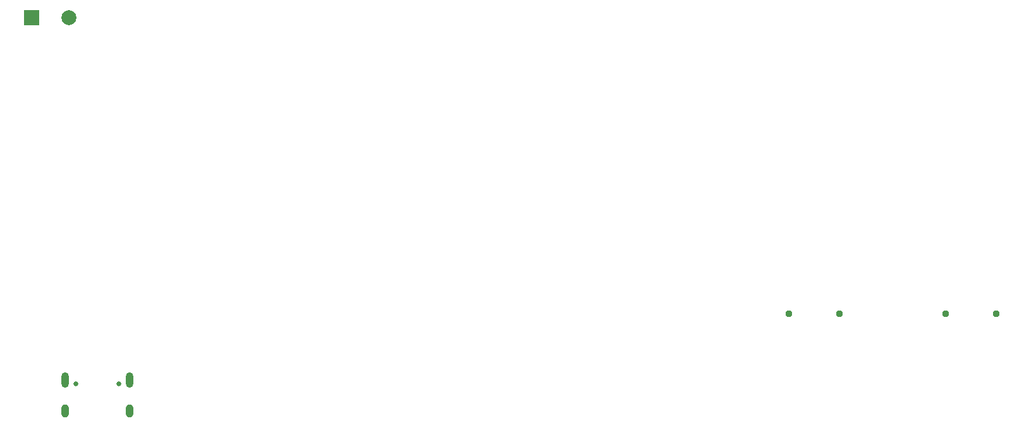
<source format=gbr>
%TF.GenerationSoftware,KiCad,Pcbnew,9.0.6*%
%TF.CreationDate,2025-11-15T17:29:32-05:00*%
%TF.ProjectId,CANopus,43414e6f-7075-4732-9e6b-696361645f70,rev?*%
%TF.SameCoordinates,Original*%
%TF.FileFunction,Soldermask,Bot*%
%TF.FilePolarity,Negative*%
%FSLAX46Y46*%
G04 Gerber Fmt 4.6, Leading zero omitted, Abs format (unit mm)*
G04 Created by KiCad (PCBNEW 9.0.6) date 2025-11-15 17:29:32*
%MOMM*%
%LPD*%
G01*
G04 APERTURE LIST*
%ADD10C,0.950000*%
%ADD11C,0.650000*%
%ADD12O,1.000000X2.100000*%
%ADD13O,1.000000X1.800000*%
%ADD14R,2.000000X2.000000*%
%ADD15C,2.000000*%
G04 APERTURE END LIST*
D10*
%TO.C,J2*%
X186600000Y-85500000D03*
X193400000Y-85500000D03*
%TD*%
%TO.C,J1*%
X165600000Y-85500000D03*
X172400000Y-85500000D03*
%TD*%
D11*
%TO.C,J17*%
X70110000Y-94895000D03*
X75890000Y-94895000D03*
D12*
X68680000Y-94395000D03*
D13*
X68680000Y-98575000D03*
D12*
X77320000Y-94395000D03*
D13*
X77320000Y-98575000D03*
%TD*%
D14*
%TO.C,BZ1*%
X64230931Y-45825000D03*
D15*
X69230931Y-45825000D03*
%TD*%
M02*

</source>
